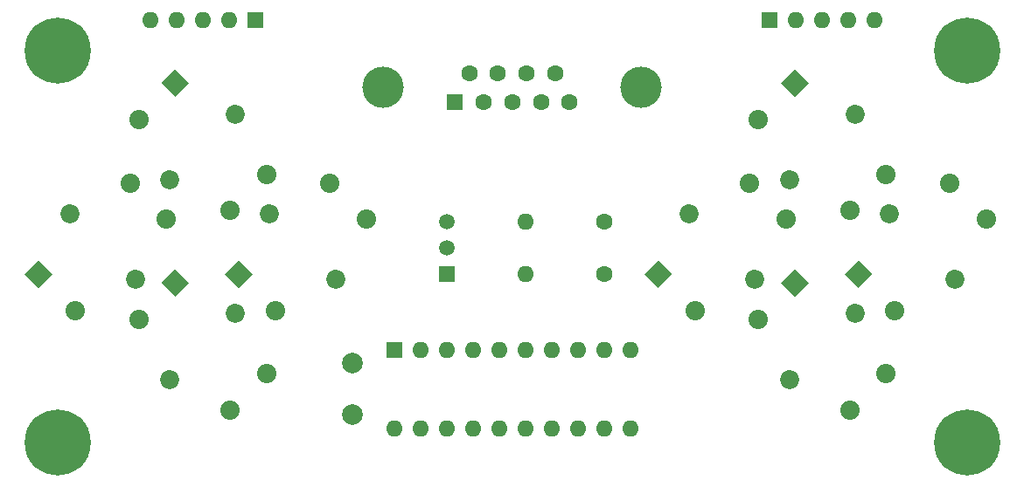
<source format=gbs>
%TF.GenerationSoftware,KiCad,Pcbnew,5.1.10*%
%TF.CreationDate,2022-04-10T17:14:51-07:00*%
%TF.ProjectId,zf_vga_controller,7a665f76-6761-45f6-936f-6e74726f6c6c,rev?*%
%TF.SameCoordinates,Original*%
%TF.FileFunction,Soldermask,Bot*%
%TF.FilePolarity,Negative*%
%FSLAX46Y46*%
G04 Gerber Fmt 4.6, Leading zero omitted, Abs format (unit mm)*
G04 Created by KiCad (PCBNEW 5.1.10) date 2022-04-10 17:14:51*
%MOMM*%
%LPD*%
G01*
G04 APERTURE LIST*
%ADD10C,1.850000*%
%ADD11C,1.875000*%
%ADD12C,0.100000*%
%ADD13C,6.400000*%
%ADD14C,2.000000*%
%ADD15R,1.600000X1.600000*%
%ADD16C,1.600000*%
%ADD17C,4.000000*%
%ADD18C,1.500000*%
%ADD19R,1.500000X1.500000*%
%ADD20O,1.600000X1.600000*%
G04 APERTURE END LIST*
D10*
%TO.C,SW5*%
X213496374Y-58192029D03*
X207132412Y-51828067D03*
D11*
X216501577Y-52358398D03*
X212966043Y-48822864D03*
X207662743Y-61197232D03*
D12*
G36*
X204127209Y-58987523D02*
G01*
X202801384Y-57661698D01*
X204127209Y-56335873D01*
X205453034Y-57661698D01*
X204127209Y-58987523D01*
G37*
%TD*%
%TO.C,SW6*%
G36*
X216024282Y-39135501D02*
G01*
X217350107Y-37809676D01*
X218675932Y-39135501D01*
X217350107Y-40461326D01*
X216024282Y-39135501D01*
G37*
D11*
X213814573Y-42671035D03*
X226188941Y-47974335D03*
X222653407Y-51509869D03*
D10*
X223183738Y-42140704D03*
X216819776Y-48504666D03*
%TD*%
D13*
%TO.C,Mount1*%
X234000000Y-74000000D03*
%TD*%
%TO.C,Mount1*%
X234000000Y-36000000D03*
%TD*%
D10*
%TO.C,SW1*%
X156819776Y-48504666D03*
X163183738Y-42140704D03*
D11*
X162653407Y-51509869D03*
X166188941Y-47974335D03*
X153814573Y-42671035D03*
D12*
G36*
X156024282Y-39135501D02*
G01*
X157350107Y-37809676D01*
X158675932Y-39135501D01*
X157350107Y-40461326D01*
X156024282Y-39135501D01*
G37*
%TD*%
%TO.C,SW2*%
G36*
X156024282Y-58510227D02*
G01*
X157350107Y-57184402D01*
X158675932Y-58510227D01*
X157350107Y-59836052D01*
X156024282Y-58510227D01*
G37*
D11*
X153814573Y-62045761D03*
X166188941Y-67349061D03*
X162653407Y-70884595D03*
D10*
X163183738Y-61515430D03*
X156819776Y-67879392D03*
%TD*%
D12*
%TO.C,SW3*%
G36*
X144127209Y-58987523D02*
G01*
X142801384Y-57661698D01*
X144127209Y-56335873D01*
X145453034Y-57661698D01*
X144127209Y-58987523D01*
G37*
D11*
X147662743Y-61197232D03*
X152966043Y-48822864D03*
X156501577Y-52358398D03*
D10*
X147132412Y-51828067D03*
X153496374Y-58192029D03*
%TD*%
D12*
%TO.C,SW4*%
G36*
X163501936Y-58987523D02*
G01*
X162176111Y-57661698D01*
X163501936Y-56335873D01*
X164827761Y-57661698D01*
X163501936Y-58987523D01*
G37*
D11*
X167037470Y-61197232D03*
X172340770Y-48822864D03*
X175876304Y-52358398D03*
D10*
X166507139Y-51828067D03*
X172871101Y-58192029D03*
%TD*%
D13*
%TO.C,Mount1*%
X146000000Y-74000000D03*
%TD*%
%TO.C,Mount1*%
X146000000Y-36000000D03*
%TD*%
D10*
%TO.C,SW7*%
X216819776Y-67879392D03*
X223183738Y-61515430D03*
D11*
X222653407Y-70884595D03*
X226188941Y-67349061D03*
X213814573Y-62045761D03*
D12*
G36*
X216024282Y-58510227D02*
G01*
X217350107Y-57184402D01*
X218675932Y-58510227D01*
X217350107Y-59836052D01*
X216024282Y-58510227D01*
G37*
%TD*%
%TO.C,SW8*%
G36*
X223501936Y-58987523D02*
G01*
X222176111Y-57661698D01*
X223501936Y-56335873D01*
X224827761Y-57661698D01*
X223501936Y-58987523D01*
G37*
D11*
X227037470Y-61197232D03*
X232340770Y-48822864D03*
X235876304Y-52358398D03*
D10*
X226507139Y-51828067D03*
X232871101Y-58192029D03*
%TD*%
D14*
%TO.C,C1*%
X174500000Y-66300000D03*
X174500000Y-71300000D03*
%TD*%
D15*
%TO.C,J1*%
X184450000Y-41000000D03*
D16*
X187220000Y-41000000D03*
X189990000Y-41000000D03*
X192760000Y-41000000D03*
X195530000Y-41000000D03*
X185835000Y-38160000D03*
X188605000Y-38160000D03*
X191375000Y-38160000D03*
X194145000Y-38160000D03*
D17*
X202490000Y-39580000D03*
X177490000Y-39580000D03*
%TD*%
D18*
%TO.C,Q1*%
X183655000Y-55121698D03*
X183655000Y-52581698D03*
D19*
X183655000Y-57661698D03*
%TD*%
D16*
%TO.C,R1*%
X198895000Y-52581698D03*
D20*
X191275000Y-52581698D03*
%TD*%
%TO.C,R2*%
X191275000Y-57661698D03*
D16*
X198895000Y-57661698D03*
%TD*%
D15*
%TO.C,U1*%
X178575000Y-65000000D03*
D20*
X201435000Y-72620000D03*
X181115000Y-65000000D03*
X198895000Y-72620000D03*
X183655000Y-65000000D03*
X196355000Y-72620000D03*
X186195000Y-65000000D03*
X193815000Y-72620000D03*
X188735000Y-65000000D03*
X191275000Y-72620000D03*
X191275000Y-65000000D03*
X188735000Y-72620000D03*
X193815000Y-65000000D03*
X186195000Y-72620000D03*
X196355000Y-65000000D03*
X183655000Y-72620000D03*
X198895000Y-65000000D03*
X181115000Y-72620000D03*
X201435000Y-65000000D03*
X178575000Y-72620000D03*
%TD*%
D15*
%TO.C,RN1*%
X165080000Y-33000000D03*
D20*
X162540000Y-33000000D03*
X160000000Y-33000000D03*
X157460000Y-33000000D03*
X154920000Y-33000000D03*
%TD*%
%TO.C,RN2*%
X225080000Y-33000000D03*
X222540000Y-33000000D03*
X220000000Y-33000000D03*
X217460000Y-33000000D03*
D15*
X214920000Y-33000000D03*
%TD*%
M02*

</source>
